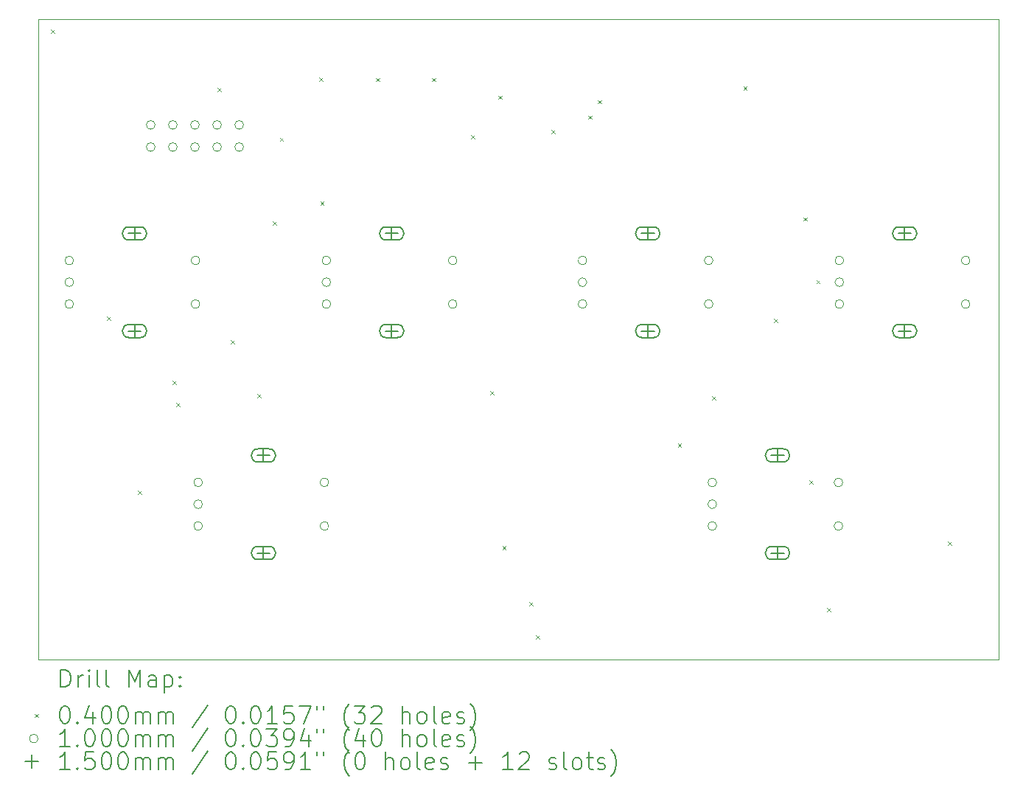
<source format=gbr>
%TF.GenerationSoftware,KiCad,Pcbnew,7.0.7*%
%TF.CreationDate,2024-03-19T10:03:44+01:00*%
%TF.ProjectId,Poly_UA_controller_6enc_4sw,506f6c79-5f55-4415-9f63-6f6e74726f6c,rev?*%
%TF.SameCoordinates,Original*%
%TF.FileFunction,Drillmap*%
%TF.FilePolarity,Positive*%
%FSLAX45Y45*%
G04 Gerber Fmt 4.5, Leading zero omitted, Abs format (unit mm)*
G04 Created by KiCad (PCBNEW 7.0.7) date 2024-03-19 10:03:44*
%MOMM*%
%LPD*%
G01*
G04 APERTURE LIST*
%ADD10C,0.100000*%
%ADD11C,0.200000*%
%ADD12C,0.040000*%
%ADD13C,0.150000*%
G04 APERTURE END LIST*
D10*
X8926830Y-3656330D02*
X19952970Y-3656330D01*
X19952970Y-11005820D01*
X8926830Y-11005820D01*
X8926830Y-3656330D01*
D11*
D12*
X9068120Y-3779840D02*
X9108120Y-3819840D01*
X9108120Y-3779840D02*
X9068120Y-3819840D01*
X9715820Y-7069140D02*
X9755820Y-7109140D01*
X9755820Y-7069140D02*
X9715820Y-7109140D01*
X10068880Y-9070660D02*
X10108880Y-9110660D01*
X10108880Y-9070660D02*
X10068880Y-9110660D01*
X10465120Y-7805740D02*
X10505120Y-7845740D01*
X10505120Y-7805740D02*
X10465120Y-7845740D01*
X10508300Y-8059740D02*
X10548300Y-8099740D01*
X10548300Y-8059740D02*
X10508300Y-8099740D01*
X10980740Y-4445320D02*
X11020740Y-4485320D01*
X11020740Y-4445320D02*
X10980740Y-4485320D01*
X11133140Y-7343460D02*
X11173140Y-7383460D01*
X11173140Y-7343460D02*
X11133140Y-7383460D01*
X11440480Y-7958140D02*
X11480480Y-7998140D01*
X11480480Y-7958140D02*
X11440480Y-7998140D01*
X11615740Y-5982020D02*
X11655740Y-6022020D01*
X11655740Y-5982020D02*
X11615740Y-6022020D01*
X11699560Y-5019360D02*
X11739560Y-5059360D01*
X11739560Y-5019360D02*
X11699560Y-5059360D01*
X12149140Y-4325940D02*
X12189140Y-4365940D01*
X12189140Y-4325940D02*
X12149140Y-4365940D01*
X12164380Y-5748340D02*
X12204380Y-5788340D01*
X12204380Y-5748340D02*
X12164380Y-5788340D01*
X12801920Y-4333560D02*
X12841920Y-4373560D01*
X12841920Y-4333560D02*
X12801920Y-4373560D01*
X13449620Y-4333560D02*
X13489620Y-4373560D01*
X13489620Y-4333560D02*
X13449620Y-4373560D01*
X13894120Y-4988880D02*
X13934120Y-5028880D01*
X13934120Y-4988880D02*
X13894120Y-5028880D01*
X14117640Y-7925120D02*
X14157640Y-7965120D01*
X14157640Y-7925120D02*
X14117640Y-7965120D01*
X14209080Y-4536760D02*
X14249080Y-4576760D01*
X14249080Y-4536760D02*
X14209080Y-4576760D01*
X14254800Y-9703120D02*
X14294800Y-9743120D01*
X14294800Y-9703120D02*
X14254800Y-9743120D01*
X14567220Y-10350820D02*
X14607220Y-10390820D01*
X14607220Y-10350820D02*
X14567220Y-10390820D01*
X14638340Y-10726740D02*
X14678340Y-10766740D01*
X14678340Y-10726740D02*
X14638340Y-10766740D01*
X14821220Y-4933000D02*
X14861220Y-4973000D01*
X14861220Y-4933000D02*
X14821220Y-4973000D01*
X15242860Y-4765360D02*
X15282860Y-4805360D01*
X15282860Y-4765360D02*
X15242860Y-4805360D01*
X15352080Y-4587560D02*
X15392080Y-4627560D01*
X15392080Y-4587560D02*
X15352080Y-4627560D01*
X16271560Y-8527100D02*
X16311560Y-8567100D01*
X16311560Y-8527100D02*
X16271560Y-8567100D01*
X16662720Y-7988620D02*
X16702720Y-8028620D01*
X16702720Y-7988620D02*
X16662720Y-8028620D01*
X17023400Y-4430080D02*
X17063400Y-4470080D01*
X17063400Y-4430080D02*
X17023400Y-4470080D01*
X17373920Y-7094540D02*
X17413920Y-7134540D01*
X17413920Y-7094540D02*
X17373920Y-7134540D01*
X17711740Y-5933760D02*
X17751740Y-5973760D01*
X17751740Y-5933760D02*
X17711740Y-5973760D01*
X17782860Y-8948740D02*
X17822860Y-8988740D01*
X17822860Y-8948740D02*
X17782860Y-8988740D01*
X17861600Y-6652580D02*
X17901600Y-6692580D01*
X17901600Y-6652580D02*
X17861600Y-6692580D01*
X17983520Y-10414320D02*
X18023520Y-10454320D01*
X18023520Y-10414320D02*
X17983520Y-10454320D01*
X19375440Y-9654860D02*
X19415440Y-9694860D01*
X19415440Y-9654860D02*
X19375440Y-9694860D01*
D10*
X9330060Y-6427660D02*
G75*
G03*
X9330060Y-6427660I-50000J0D01*
G01*
X9330060Y-6677660D02*
G75*
G03*
X9330060Y-6677660I-50000J0D01*
G01*
X9330060Y-6927660D02*
G75*
G03*
X9330060Y-6927660I-50000J0D01*
G01*
X10265880Y-4871720D02*
G75*
G03*
X10265880Y-4871720I-50000J0D01*
G01*
X10265880Y-5125720D02*
G75*
G03*
X10265880Y-5125720I-50000J0D01*
G01*
X10519880Y-4871720D02*
G75*
G03*
X10519880Y-4871720I-50000J0D01*
G01*
X10519880Y-5125720D02*
G75*
G03*
X10519880Y-5125720I-50000J0D01*
G01*
X10773880Y-4871720D02*
G75*
G03*
X10773880Y-4871720I-50000J0D01*
G01*
X10773880Y-5125720D02*
G75*
G03*
X10773880Y-5125720I-50000J0D01*
G01*
X10780060Y-6427660D02*
G75*
G03*
X10780060Y-6427660I-50000J0D01*
G01*
X10780060Y-6927660D02*
G75*
G03*
X10780060Y-6927660I-50000J0D01*
G01*
X10810880Y-8975280D02*
G75*
G03*
X10810880Y-8975280I-50000J0D01*
G01*
X10810880Y-9225280D02*
G75*
G03*
X10810880Y-9225280I-50000J0D01*
G01*
X10810880Y-9475280D02*
G75*
G03*
X10810880Y-9475280I-50000J0D01*
G01*
X11027880Y-4871720D02*
G75*
G03*
X11027880Y-4871720I-50000J0D01*
G01*
X11027880Y-5125720D02*
G75*
G03*
X11027880Y-5125720I-50000J0D01*
G01*
X11281880Y-4871720D02*
G75*
G03*
X11281880Y-4871720I-50000J0D01*
G01*
X11281880Y-5125720D02*
G75*
G03*
X11281880Y-5125720I-50000J0D01*
G01*
X12260880Y-8975280D02*
G75*
G03*
X12260880Y-8975280I-50000J0D01*
G01*
X12260880Y-9475280D02*
G75*
G03*
X12260880Y-9475280I-50000J0D01*
G01*
X12284080Y-6427660D02*
G75*
G03*
X12284080Y-6427660I-50000J0D01*
G01*
X12284080Y-6677660D02*
G75*
G03*
X12284080Y-6677660I-50000J0D01*
G01*
X12284080Y-6927660D02*
G75*
G03*
X12284080Y-6927660I-50000J0D01*
G01*
X13734080Y-6427660D02*
G75*
G03*
X13734080Y-6427660I-50000J0D01*
G01*
X13734080Y-6927660D02*
G75*
G03*
X13734080Y-6927660I-50000J0D01*
G01*
X15225400Y-6427660D02*
G75*
G03*
X15225400Y-6427660I-50000J0D01*
G01*
X15225400Y-6677660D02*
G75*
G03*
X15225400Y-6677660I-50000J0D01*
G01*
X15225400Y-6927660D02*
G75*
G03*
X15225400Y-6927660I-50000J0D01*
G01*
X16675400Y-6427660D02*
G75*
G03*
X16675400Y-6427660I-50000J0D01*
G01*
X16675400Y-6927660D02*
G75*
G03*
X16675400Y-6927660I-50000J0D01*
G01*
X16716380Y-8975280D02*
G75*
G03*
X16716380Y-8975280I-50000J0D01*
G01*
X16716380Y-9225280D02*
G75*
G03*
X16716380Y-9225280I-50000J0D01*
G01*
X16716380Y-9475280D02*
G75*
G03*
X16716380Y-9475280I-50000J0D01*
G01*
X18166380Y-8975280D02*
G75*
G03*
X18166380Y-8975280I-50000J0D01*
G01*
X18166380Y-9475280D02*
G75*
G03*
X18166380Y-9475280I-50000J0D01*
G01*
X18176880Y-6427660D02*
G75*
G03*
X18176880Y-6427660I-50000J0D01*
G01*
X18176880Y-6677660D02*
G75*
G03*
X18176880Y-6677660I-50000J0D01*
G01*
X18176880Y-6927660D02*
G75*
G03*
X18176880Y-6927660I-50000J0D01*
G01*
X19626880Y-6427660D02*
G75*
G03*
X19626880Y-6427660I-50000J0D01*
G01*
X19626880Y-6927660D02*
G75*
G03*
X19626880Y-6927660I-50000J0D01*
G01*
D13*
X10030060Y-6042660D02*
X10030060Y-6192660D01*
X9955060Y-6117660D02*
X10105060Y-6117660D01*
D11*
X9965060Y-6192660D02*
X10095060Y-6192660D01*
X10095060Y-6192660D02*
G75*
G03*
X10095060Y-6042660I0J75000D01*
G01*
X10095060Y-6042660D02*
X9965060Y-6042660D01*
X9965060Y-6042660D02*
G75*
G03*
X9965060Y-6192660I0J-75000D01*
G01*
D13*
X10030060Y-7162660D02*
X10030060Y-7312660D01*
X9955060Y-7237660D02*
X10105060Y-7237660D01*
D11*
X9965060Y-7312660D02*
X10095060Y-7312660D01*
X10095060Y-7312660D02*
G75*
G03*
X10095060Y-7162660I0J75000D01*
G01*
X10095060Y-7162660D02*
X9965060Y-7162660D01*
X9965060Y-7162660D02*
G75*
G03*
X9965060Y-7312660I0J-75000D01*
G01*
D13*
X11510880Y-8590280D02*
X11510880Y-8740280D01*
X11435880Y-8665280D02*
X11585880Y-8665280D01*
D11*
X11445880Y-8740280D02*
X11575880Y-8740280D01*
X11575880Y-8740280D02*
G75*
G03*
X11575880Y-8590280I0J75000D01*
G01*
X11575880Y-8590280D02*
X11445880Y-8590280D01*
X11445880Y-8590280D02*
G75*
G03*
X11445880Y-8740280I0J-75000D01*
G01*
D13*
X11510880Y-9710280D02*
X11510880Y-9860280D01*
X11435880Y-9785280D02*
X11585880Y-9785280D01*
D11*
X11445880Y-9860280D02*
X11575880Y-9860280D01*
X11575880Y-9860280D02*
G75*
G03*
X11575880Y-9710280I0J75000D01*
G01*
X11575880Y-9710280D02*
X11445880Y-9710280D01*
X11445880Y-9710280D02*
G75*
G03*
X11445880Y-9860280I0J-75000D01*
G01*
D13*
X12984080Y-6042660D02*
X12984080Y-6192660D01*
X12909080Y-6117660D02*
X13059080Y-6117660D01*
D11*
X12919080Y-6192660D02*
X13049080Y-6192660D01*
X13049080Y-6192660D02*
G75*
G03*
X13049080Y-6042660I0J75000D01*
G01*
X13049080Y-6042660D02*
X12919080Y-6042660D01*
X12919080Y-6042660D02*
G75*
G03*
X12919080Y-6192660I0J-75000D01*
G01*
D13*
X12984080Y-7162660D02*
X12984080Y-7312660D01*
X12909080Y-7237660D02*
X13059080Y-7237660D01*
D11*
X12919080Y-7312660D02*
X13049080Y-7312660D01*
X13049080Y-7312660D02*
G75*
G03*
X13049080Y-7162660I0J75000D01*
G01*
X13049080Y-7162660D02*
X12919080Y-7162660D01*
X12919080Y-7162660D02*
G75*
G03*
X12919080Y-7312660I0J-75000D01*
G01*
D13*
X15925400Y-6042660D02*
X15925400Y-6192660D01*
X15850400Y-6117660D02*
X16000400Y-6117660D01*
D11*
X15860400Y-6192660D02*
X15990400Y-6192660D01*
X15990400Y-6192660D02*
G75*
G03*
X15990400Y-6042660I0J75000D01*
G01*
X15990400Y-6042660D02*
X15860400Y-6042660D01*
X15860400Y-6042660D02*
G75*
G03*
X15860400Y-6192660I0J-75000D01*
G01*
D13*
X15925400Y-7162660D02*
X15925400Y-7312660D01*
X15850400Y-7237660D02*
X16000400Y-7237660D01*
D11*
X15860400Y-7312660D02*
X15990400Y-7312660D01*
X15990400Y-7312660D02*
G75*
G03*
X15990400Y-7162660I0J75000D01*
G01*
X15990400Y-7162660D02*
X15860400Y-7162660D01*
X15860400Y-7162660D02*
G75*
G03*
X15860400Y-7312660I0J-75000D01*
G01*
D13*
X17416380Y-8590280D02*
X17416380Y-8740280D01*
X17341380Y-8665280D02*
X17491380Y-8665280D01*
D11*
X17351380Y-8740280D02*
X17481380Y-8740280D01*
X17481380Y-8740280D02*
G75*
G03*
X17481380Y-8590280I0J75000D01*
G01*
X17481380Y-8590280D02*
X17351380Y-8590280D01*
X17351380Y-8590280D02*
G75*
G03*
X17351380Y-8740280I0J-75000D01*
G01*
D13*
X17416380Y-9710280D02*
X17416380Y-9860280D01*
X17341380Y-9785280D02*
X17491380Y-9785280D01*
D11*
X17351380Y-9860280D02*
X17481380Y-9860280D01*
X17481380Y-9860280D02*
G75*
G03*
X17481380Y-9710280I0J75000D01*
G01*
X17481380Y-9710280D02*
X17351380Y-9710280D01*
X17351380Y-9710280D02*
G75*
G03*
X17351380Y-9860280I0J-75000D01*
G01*
D13*
X18876880Y-6042660D02*
X18876880Y-6192660D01*
X18801880Y-6117660D02*
X18951880Y-6117660D01*
D11*
X18811880Y-6192660D02*
X18941880Y-6192660D01*
X18941880Y-6192660D02*
G75*
G03*
X18941880Y-6042660I0J75000D01*
G01*
X18941880Y-6042660D02*
X18811880Y-6042660D01*
X18811880Y-6042660D02*
G75*
G03*
X18811880Y-6192660I0J-75000D01*
G01*
D13*
X18876880Y-7162660D02*
X18876880Y-7312660D01*
X18801880Y-7237660D02*
X18951880Y-7237660D01*
D11*
X18811880Y-7312660D02*
X18941880Y-7312660D01*
X18941880Y-7312660D02*
G75*
G03*
X18941880Y-7162660I0J75000D01*
G01*
X18941880Y-7162660D02*
X18811880Y-7162660D01*
X18811880Y-7162660D02*
G75*
G03*
X18811880Y-7312660I0J-75000D01*
G01*
X9182607Y-11322304D02*
X9182607Y-11122304D01*
X9182607Y-11122304D02*
X9230226Y-11122304D01*
X9230226Y-11122304D02*
X9258797Y-11131828D01*
X9258797Y-11131828D02*
X9277845Y-11150875D01*
X9277845Y-11150875D02*
X9287369Y-11169923D01*
X9287369Y-11169923D02*
X9296893Y-11208018D01*
X9296893Y-11208018D02*
X9296893Y-11236589D01*
X9296893Y-11236589D02*
X9287369Y-11274685D01*
X9287369Y-11274685D02*
X9277845Y-11293732D01*
X9277845Y-11293732D02*
X9258797Y-11312780D01*
X9258797Y-11312780D02*
X9230226Y-11322304D01*
X9230226Y-11322304D02*
X9182607Y-11322304D01*
X9382607Y-11322304D02*
X9382607Y-11188970D01*
X9382607Y-11227066D02*
X9392131Y-11208018D01*
X9392131Y-11208018D02*
X9401654Y-11198494D01*
X9401654Y-11198494D02*
X9420702Y-11188970D01*
X9420702Y-11188970D02*
X9439750Y-11188970D01*
X9506416Y-11322304D02*
X9506416Y-11188970D01*
X9506416Y-11122304D02*
X9496893Y-11131828D01*
X9496893Y-11131828D02*
X9506416Y-11141351D01*
X9506416Y-11141351D02*
X9515940Y-11131828D01*
X9515940Y-11131828D02*
X9506416Y-11122304D01*
X9506416Y-11122304D02*
X9506416Y-11141351D01*
X9630226Y-11322304D02*
X9611178Y-11312780D01*
X9611178Y-11312780D02*
X9601654Y-11293732D01*
X9601654Y-11293732D02*
X9601654Y-11122304D01*
X9734988Y-11322304D02*
X9715940Y-11312780D01*
X9715940Y-11312780D02*
X9706416Y-11293732D01*
X9706416Y-11293732D02*
X9706416Y-11122304D01*
X9963559Y-11322304D02*
X9963559Y-11122304D01*
X9963559Y-11122304D02*
X10030226Y-11265161D01*
X10030226Y-11265161D02*
X10096893Y-11122304D01*
X10096893Y-11122304D02*
X10096893Y-11322304D01*
X10277845Y-11322304D02*
X10277845Y-11217542D01*
X10277845Y-11217542D02*
X10268321Y-11198494D01*
X10268321Y-11198494D02*
X10249274Y-11188970D01*
X10249274Y-11188970D02*
X10211178Y-11188970D01*
X10211178Y-11188970D02*
X10192131Y-11198494D01*
X10277845Y-11312780D02*
X10258797Y-11322304D01*
X10258797Y-11322304D02*
X10211178Y-11322304D01*
X10211178Y-11322304D02*
X10192131Y-11312780D01*
X10192131Y-11312780D02*
X10182607Y-11293732D01*
X10182607Y-11293732D02*
X10182607Y-11274685D01*
X10182607Y-11274685D02*
X10192131Y-11255637D01*
X10192131Y-11255637D02*
X10211178Y-11246113D01*
X10211178Y-11246113D02*
X10258797Y-11246113D01*
X10258797Y-11246113D02*
X10277845Y-11236589D01*
X10373083Y-11188970D02*
X10373083Y-11388970D01*
X10373083Y-11198494D02*
X10392131Y-11188970D01*
X10392131Y-11188970D02*
X10430226Y-11188970D01*
X10430226Y-11188970D02*
X10449274Y-11198494D01*
X10449274Y-11198494D02*
X10458797Y-11208018D01*
X10458797Y-11208018D02*
X10468321Y-11227066D01*
X10468321Y-11227066D02*
X10468321Y-11284208D01*
X10468321Y-11284208D02*
X10458797Y-11303256D01*
X10458797Y-11303256D02*
X10449274Y-11312780D01*
X10449274Y-11312780D02*
X10430226Y-11322304D01*
X10430226Y-11322304D02*
X10392131Y-11322304D01*
X10392131Y-11322304D02*
X10373083Y-11312780D01*
X10554035Y-11303256D02*
X10563559Y-11312780D01*
X10563559Y-11312780D02*
X10554035Y-11322304D01*
X10554035Y-11322304D02*
X10544512Y-11312780D01*
X10544512Y-11312780D02*
X10554035Y-11303256D01*
X10554035Y-11303256D02*
X10554035Y-11322304D01*
X10554035Y-11198494D02*
X10563559Y-11208018D01*
X10563559Y-11208018D02*
X10554035Y-11217542D01*
X10554035Y-11217542D02*
X10544512Y-11208018D01*
X10544512Y-11208018D02*
X10554035Y-11198494D01*
X10554035Y-11198494D02*
X10554035Y-11217542D01*
D12*
X8881830Y-11630820D02*
X8921830Y-11670820D01*
X8921830Y-11630820D02*
X8881830Y-11670820D01*
D11*
X9220702Y-11542304D02*
X9239750Y-11542304D01*
X9239750Y-11542304D02*
X9258797Y-11551828D01*
X9258797Y-11551828D02*
X9268321Y-11561351D01*
X9268321Y-11561351D02*
X9277845Y-11580399D01*
X9277845Y-11580399D02*
X9287369Y-11618494D01*
X9287369Y-11618494D02*
X9287369Y-11666113D01*
X9287369Y-11666113D02*
X9277845Y-11704208D01*
X9277845Y-11704208D02*
X9268321Y-11723256D01*
X9268321Y-11723256D02*
X9258797Y-11732780D01*
X9258797Y-11732780D02*
X9239750Y-11742304D01*
X9239750Y-11742304D02*
X9220702Y-11742304D01*
X9220702Y-11742304D02*
X9201654Y-11732780D01*
X9201654Y-11732780D02*
X9192131Y-11723256D01*
X9192131Y-11723256D02*
X9182607Y-11704208D01*
X9182607Y-11704208D02*
X9173083Y-11666113D01*
X9173083Y-11666113D02*
X9173083Y-11618494D01*
X9173083Y-11618494D02*
X9182607Y-11580399D01*
X9182607Y-11580399D02*
X9192131Y-11561351D01*
X9192131Y-11561351D02*
X9201654Y-11551828D01*
X9201654Y-11551828D02*
X9220702Y-11542304D01*
X9373083Y-11723256D02*
X9382607Y-11732780D01*
X9382607Y-11732780D02*
X9373083Y-11742304D01*
X9373083Y-11742304D02*
X9363559Y-11732780D01*
X9363559Y-11732780D02*
X9373083Y-11723256D01*
X9373083Y-11723256D02*
X9373083Y-11742304D01*
X9554035Y-11608970D02*
X9554035Y-11742304D01*
X9506416Y-11532780D02*
X9458797Y-11675637D01*
X9458797Y-11675637D02*
X9582607Y-11675637D01*
X9696893Y-11542304D02*
X9715940Y-11542304D01*
X9715940Y-11542304D02*
X9734988Y-11551828D01*
X9734988Y-11551828D02*
X9744512Y-11561351D01*
X9744512Y-11561351D02*
X9754035Y-11580399D01*
X9754035Y-11580399D02*
X9763559Y-11618494D01*
X9763559Y-11618494D02*
X9763559Y-11666113D01*
X9763559Y-11666113D02*
X9754035Y-11704208D01*
X9754035Y-11704208D02*
X9744512Y-11723256D01*
X9744512Y-11723256D02*
X9734988Y-11732780D01*
X9734988Y-11732780D02*
X9715940Y-11742304D01*
X9715940Y-11742304D02*
X9696893Y-11742304D01*
X9696893Y-11742304D02*
X9677845Y-11732780D01*
X9677845Y-11732780D02*
X9668321Y-11723256D01*
X9668321Y-11723256D02*
X9658797Y-11704208D01*
X9658797Y-11704208D02*
X9649274Y-11666113D01*
X9649274Y-11666113D02*
X9649274Y-11618494D01*
X9649274Y-11618494D02*
X9658797Y-11580399D01*
X9658797Y-11580399D02*
X9668321Y-11561351D01*
X9668321Y-11561351D02*
X9677845Y-11551828D01*
X9677845Y-11551828D02*
X9696893Y-11542304D01*
X9887369Y-11542304D02*
X9906416Y-11542304D01*
X9906416Y-11542304D02*
X9925464Y-11551828D01*
X9925464Y-11551828D02*
X9934988Y-11561351D01*
X9934988Y-11561351D02*
X9944512Y-11580399D01*
X9944512Y-11580399D02*
X9954035Y-11618494D01*
X9954035Y-11618494D02*
X9954035Y-11666113D01*
X9954035Y-11666113D02*
X9944512Y-11704208D01*
X9944512Y-11704208D02*
X9934988Y-11723256D01*
X9934988Y-11723256D02*
X9925464Y-11732780D01*
X9925464Y-11732780D02*
X9906416Y-11742304D01*
X9906416Y-11742304D02*
X9887369Y-11742304D01*
X9887369Y-11742304D02*
X9868321Y-11732780D01*
X9868321Y-11732780D02*
X9858797Y-11723256D01*
X9858797Y-11723256D02*
X9849274Y-11704208D01*
X9849274Y-11704208D02*
X9839750Y-11666113D01*
X9839750Y-11666113D02*
X9839750Y-11618494D01*
X9839750Y-11618494D02*
X9849274Y-11580399D01*
X9849274Y-11580399D02*
X9858797Y-11561351D01*
X9858797Y-11561351D02*
X9868321Y-11551828D01*
X9868321Y-11551828D02*
X9887369Y-11542304D01*
X10039750Y-11742304D02*
X10039750Y-11608970D01*
X10039750Y-11628018D02*
X10049274Y-11618494D01*
X10049274Y-11618494D02*
X10068321Y-11608970D01*
X10068321Y-11608970D02*
X10096893Y-11608970D01*
X10096893Y-11608970D02*
X10115940Y-11618494D01*
X10115940Y-11618494D02*
X10125464Y-11637542D01*
X10125464Y-11637542D02*
X10125464Y-11742304D01*
X10125464Y-11637542D02*
X10134988Y-11618494D01*
X10134988Y-11618494D02*
X10154035Y-11608970D01*
X10154035Y-11608970D02*
X10182607Y-11608970D01*
X10182607Y-11608970D02*
X10201655Y-11618494D01*
X10201655Y-11618494D02*
X10211178Y-11637542D01*
X10211178Y-11637542D02*
X10211178Y-11742304D01*
X10306416Y-11742304D02*
X10306416Y-11608970D01*
X10306416Y-11628018D02*
X10315940Y-11618494D01*
X10315940Y-11618494D02*
X10334988Y-11608970D01*
X10334988Y-11608970D02*
X10363559Y-11608970D01*
X10363559Y-11608970D02*
X10382607Y-11618494D01*
X10382607Y-11618494D02*
X10392131Y-11637542D01*
X10392131Y-11637542D02*
X10392131Y-11742304D01*
X10392131Y-11637542D02*
X10401655Y-11618494D01*
X10401655Y-11618494D02*
X10420702Y-11608970D01*
X10420702Y-11608970D02*
X10449274Y-11608970D01*
X10449274Y-11608970D02*
X10468321Y-11618494D01*
X10468321Y-11618494D02*
X10477845Y-11637542D01*
X10477845Y-11637542D02*
X10477845Y-11742304D01*
X10868321Y-11532780D02*
X10696893Y-11789923D01*
X11125464Y-11542304D02*
X11144512Y-11542304D01*
X11144512Y-11542304D02*
X11163559Y-11551828D01*
X11163559Y-11551828D02*
X11173083Y-11561351D01*
X11173083Y-11561351D02*
X11182607Y-11580399D01*
X11182607Y-11580399D02*
X11192131Y-11618494D01*
X11192131Y-11618494D02*
X11192131Y-11666113D01*
X11192131Y-11666113D02*
X11182607Y-11704208D01*
X11182607Y-11704208D02*
X11173083Y-11723256D01*
X11173083Y-11723256D02*
X11163559Y-11732780D01*
X11163559Y-11732780D02*
X11144512Y-11742304D01*
X11144512Y-11742304D02*
X11125464Y-11742304D01*
X11125464Y-11742304D02*
X11106417Y-11732780D01*
X11106417Y-11732780D02*
X11096893Y-11723256D01*
X11096893Y-11723256D02*
X11087369Y-11704208D01*
X11087369Y-11704208D02*
X11077845Y-11666113D01*
X11077845Y-11666113D02*
X11077845Y-11618494D01*
X11077845Y-11618494D02*
X11087369Y-11580399D01*
X11087369Y-11580399D02*
X11096893Y-11561351D01*
X11096893Y-11561351D02*
X11106417Y-11551828D01*
X11106417Y-11551828D02*
X11125464Y-11542304D01*
X11277845Y-11723256D02*
X11287369Y-11732780D01*
X11287369Y-11732780D02*
X11277845Y-11742304D01*
X11277845Y-11742304D02*
X11268321Y-11732780D01*
X11268321Y-11732780D02*
X11277845Y-11723256D01*
X11277845Y-11723256D02*
X11277845Y-11742304D01*
X11411178Y-11542304D02*
X11430226Y-11542304D01*
X11430226Y-11542304D02*
X11449274Y-11551828D01*
X11449274Y-11551828D02*
X11458797Y-11561351D01*
X11458797Y-11561351D02*
X11468321Y-11580399D01*
X11468321Y-11580399D02*
X11477845Y-11618494D01*
X11477845Y-11618494D02*
X11477845Y-11666113D01*
X11477845Y-11666113D02*
X11468321Y-11704208D01*
X11468321Y-11704208D02*
X11458797Y-11723256D01*
X11458797Y-11723256D02*
X11449274Y-11732780D01*
X11449274Y-11732780D02*
X11430226Y-11742304D01*
X11430226Y-11742304D02*
X11411178Y-11742304D01*
X11411178Y-11742304D02*
X11392131Y-11732780D01*
X11392131Y-11732780D02*
X11382607Y-11723256D01*
X11382607Y-11723256D02*
X11373083Y-11704208D01*
X11373083Y-11704208D02*
X11363559Y-11666113D01*
X11363559Y-11666113D02*
X11363559Y-11618494D01*
X11363559Y-11618494D02*
X11373083Y-11580399D01*
X11373083Y-11580399D02*
X11382607Y-11561351D01*
X11382607Y-11561351D02*
X11392131Y-11551828D01*
X11392131Y-11551828D02*
X11411178Y-11542304D01*
X11668321Y-11742304D02*
X11554036Y-11742304D01*
X11611178Y-11742304D02*
X11611178Y-11542304D01*
X11611178Y-11542304D02*
X11592131Y-11570875D01*
X11592131Y-11570875D02*
X11573083Y-11589923D01*
X11573083Y-11589923D02*
X11554036Y-11599447D01*
X11849274Y-11542304D02*
X11754036Y-11542304D01*
X11754036Y-11542304D02*
X11744512Y-11637542D01*
X11744512Y-11637542D02*
X11754036Y-11628018D01*
X11754036Y-11628018D02*
X11773083Y-11618494D01*
X11773083Y-11618494D02*
X11820702Y-11618494D01*
X11820702Y-11618494D02*
X11839750Y-11628018D01*
X11839750Y-11628018D02*
X11849274Y-11637542D01*
X11849274Y-11637542D02*
X11858797Y-11656589D01*
X11858797Y-11656589D02*
X11858797Y-11704208D01*
X11858797Y-11704208D02*
X11849274Y-11723256D01*
X11849274Y-11723256D02*
X11839750Y-11732780D01*
X11839750Y-11732780D02*
X11820702Y-11742304D01*
X11820702Y-11742304D02*
X11773083Y-11742304D01*
X11773083Y-11742304D02*
X11754036Y-11732780D01*
X11754036Y-11732780D02*
X11744512Y-11723256D01*
X11925464Y-11542304D02*
X12058797Y-11542304D01*
X12058797Y-11542304D02*
X11973083Y-11742304D01*
X12125464Y-11542304D02*
X12125464Y-11580399D01*
X12201655Y-11542304D02*
X12201655Y-11580399D01*
X12496893Y-11818494D02*
X12487369Y-11808970D01*
X12487369Y-11808970D02*
X12468321Y-11780399D01*
X12468321Y-11780399D02*
X12458798Y-11761351D01*
X12458798Y-11761351D02*
X12449274Y-11732780D01*
X12449274Y-11732780D02*
X12439750Y-11685161D01*
X12439750Y-11685161D02*
X12439750Y-11647066D01*
X12439750Y-11647066D02*
X12449274Y-11599447D01*
X12449274Y-11599447D02*
X12458798Y-11570875D01*
X12458798Y-11570875D02*
X12468321Y-11551828D01*
X12468321Y-11551828D02*
X12487369Y-11523256D01*
X12487369Y-11523256D02*
X12496893Y-11513732D01*
X12554036Y-11542304D02*
X12677845Y-11542304D01*
X12677845Y-11542304D02*
X12611178Y-11618494D01*
X12611178Y-11618494D02*
X12639750Y-11618494D01*
X12639750Y-11618494D02*
X12658798Y-11628018D01*
X12658798Y-11628018D02*
X12668321Y-11637542D01*
X12668321Y-11637542D02*
X12677845Y-11656589D01*
X12677845Y-11656589D02*
X12677845Y-11704208D01*
X12677845Y-11704208D02*
X12668321Y-11723256D01*
X12668321Y-11723256D02*
X12658798Y-11732780D01*
X12658798Y-11732780D02*
X12639750Y-11742304D01*
X12639750Y-11742304D02*
X12582607Y-11742304D01*
X12582607Y-11742304D02*
X12563559Y-11732780D01*
X12563559Y-11732780D02*
X12554036Y-11723256D01*
X12754036Y-11561351D02*
X12763559Y-11551828D01*
X12763559Y-11551828D02*
X12782607Y-11542304D01*
X12782607Y-11542304D02*
X12830226Y-11542304D01*
X12830226Y-11542304D02*
X12849274Y-11551828D01*
X12849274Y-11551828D02*
X12858798Y-11561351D01*
X12858798Y-11561351D02*
X12868321Y-11580399D01*
X12868321Y-11580399D02*
X12868321Y-11599447D01*
X12868321Y-11599447D02*
X12858798Y-11628018D01*
X12858798Y-11628018D02*
X12744512Y-11742304D01*
X12744512Y-11742304D02*
X12868321Y-11742304D01*
X13106417Y-11742304D02*
X13106417Y-11542304D01*
X13192131Y-11742304D02*
X13192131Y-11637542D01*
X13192131Y-11637542D02*
X13182607Y-11618494D01*
X13182607Y-11618494D02*
X13163560Y-11608970D01*
X13163560Y-11608970D02*
X13134988Y-11608970D01*
X13134988Y-11608970D02*
X13115940Y-11618494D01*
X13115940Y-11618494D02*
X13106417Y-11628018D01*
X13315940Y-11742304D02*
X13296893Y-11732780D01*
X13296893Y-11732780D02*
X13287369Y-11723256D01*
X13287369Y-11723256D02*
X13277845Y-11704208D01*
X13277845Y-11704208D02*
X13277845Y-11647066D01*
X13277845Y-11647066D02*
X13287369Y-11628018D01*
X13287369Y-11628018D02*
X13296893Y-11618494D01*
X13296893Y-11618494D02*
X13315940Y-11608970D01*
X13315940Y-11608970D02*
X13344512Y-11608970D01*
X13344512Y-11608970D02*
X13363560Y-11618494D01*
X13363560Y-11618494D02*
X13373083Y-11628018D01*
X13373083Y-11628018D02*
X13382607Y-11647066D01*
X13382607Y-11647066D02*
X13382607Y-11704208D01*
X13382607Y-11704208D02*
X13373083Y-11723256D01*
X13373083Y-11723256D02*
X13363560Y-11732780D01*
X13363560Y-11732780D02*
X13344512Y-11742304D01*
X13344512Y-11742304D02*
X13315940Y-11742304D01*
X13496893Y-11742304D02*
X13477845Y-11732780D01*
X13477845Y-11732780D02*
X13468321Y-11713732D01*
X13468321Y-11713732D02*
X13468321Y-11542304D01*
X13649274Y-11732780D02*
X13630226Y-11742304D01*
X13630226Y-11742304D02*
X13592131Y-11742304D01*
X13592131Y-11742304D02*
X13573083Y-11732780D01*
X13573083Y-11732780D02*
X13563560Y-11713732D01*
X13563560Y-11713732D02*
X13563560Y-11637542D01*
X13563560Y-11637542D02*
X13573083Y-11618494D01*
X13573083Y-11618494D02*
X13592131Y-11608970D01*
X13592131Y-11608970D02*
X13630226Y-11608970D01*
X13630226Y-11608970D02*
X13649274Y-11618494D01*
X13649274Y-11618494D02*
X13658798Y-11637542D01*
X13658798Y-11637542D02*
X13658798Y-11656589D01*
X13658798Y-11656589D02*
X13563560Y-11675637D01*
X13734988Y-11732780D02*
X13754036Y-11742304D01*
X13754036Y-11742304D02*
X13792131Y-11742304D01*
X13792131Y-11742304D02*
X13811179Y-11732780D01*
X13811179Y-11732780D02*
X13820702Y-11713732D01*
X13820702Y-11713732D02*
X13820702Y-11704208D01*
X13820702Y-11704208D02*
X13811179Y-11685161D01*
X13811179Y-11685161D02*
X13792131Y-11675637D01*
X13792131Y-11675637D02*
X13763560Y-11675637D01*
X13763560Y-11675637D02*
X13744512Y-11666113D01*
X13744512Y-11666113D02*
X13734988Y-11647066D01*
X13734988Y-11647066D02*
X13734988Y-11637542D01*
X13734988Y-11637542D02*
X13744512Y-11618494D01*
X13744512Y-11618494D02*
X13763560Y-11608970D01*
X13763560Y-11608970D02*
X13792131Y-11608970D01*
X13792131Y-11608970D02*
X13811179Y-11618494D01*
X13887369Y-11818494D02*
X13896893Y-11808970D01*
X13896893Y-11808970D02*
X13915941Y-11780399D01*
X13915941Y-11780399D02*
X13925464Y-11761351D01*
X13925464Y-11761351D02*
X13934988Y-11732780D01*
X13934988Y-11732780D02*
X13944512Y-11685161D01*
X13944512Y-11685161D02*
X13944512Y-11647066D01*
X13944512Y-11647066D02*
X13934988Y-11599447D01*
X13934988Y-11599447D02*
X13925464Y-11570875D01*
X13925464Y-11570875D02*
X13915941Y-11551828D01*
X13915941Y-11551828D02*
X13896893Y-11523256D01*
X13896893Y-11523256D02*
X13887369Y-11513732D01*
D10*
X8921830Y-11914820D02*
G75*
G03*
X8921830Y-11914820I-50000J0D01*
G01*
D11*
X9287369Y-12006304D02*
X9173083Y-12006304D01*
X9230226Y-12006304D02*
X9230226Y-11806304D01*
X9230226Y-11806304D02*
X9211178Y-11834875D01*
X9211178Y-11834875D02*
X9192131Y-11853923D01*
X9192131Y-11853923D02*
X9173083Y-11863447D01*
X9373083Y-11987256D02*
X9382607Y-11996780D01*
X9382607Y-11996780D02*
X9373083Y-12006304D01*
X9373083Y-12006304D02*
X9363559Y-11996780D01*
X9363559Y-11996780D02*
X9373083Y-11987256D01*
X9373083Y-11987256D02*
X9373083Y-12006304D01*
X9506416Y-11806304D02*
X9525464Y-11806304D01*
X9525464Y-11806304D02*
X9544512Y-11815828D01*
X9544512Y-11815828D02*
X9554035Y-11825351D01*
X9554035Y-11825351D02*
X9563559Y-11844399D01*
X9563559Y-11844399D02*
X9573083Y-11882494D01*
X9573083Y-11882494D02*
X9573083Y-11930113D01*
X9573083Y-11930113D02*
X9563559Y-11968208D01*
X9563559Y-11968208D02*
X9554035Y-11987256D01*
X9554035Y-11987256D02*
X9544512Y-11996780D01*
X9544512Y-11996780D02*
X9525464Y-12006304D01*
X9525464Y-12006304D02*
X9506416Y-12006304D01*
X9506416Y-12006304D02*
X9487369Y-11996780D01*
X9487369Y-11996780D02*
X9477845Y-11987256D01*
X9477845Y-11987256D02*
X9468321Y-11968208D01*
X9468321Y-11968208D02*
X9458797Y-11930113D01*
X9458797Y-11930113D02*
X9458797Y-11882494D01*
X9458797Y-11882494D02*
X9468321Y-11844399D01*
X9468321Y-11844399D02*
X9477845Y-11825351D01*
X9477845Y-11825351D02*
X9487369Y-11815828D01*
X9487369Y-11815828D02*
X9506416Y-11806304D01*
X9696893Y-11806304D02*
X9715940Y-11806304D01*
X9715940Y-11806304D02*
X9734988Y-11815828D01*
X9734988Y-11815828D02*
X9744512Y-11825351D01*
X9744512Y-11825351D02*
X9754035Y-11844399D01*
X9754035Y-11844399D02*
X9763559Y-11882494D01*
X9763559Y-11882494D02*
X9763559Y-11930113D01*
X9763559Y-11930113D02*
X9754035Y-11968208D01*
X9754035Y-11968208D02*
X9744512Y-11987256D01*
X9744512Y-11987256D02*
X9734988Y-11996780D01*
X9734988Y-11996780D02*
X9715940Y-12006304D01*
X9715940Y-12006304D02*
X9696893Y-12006304D01*
X9696893Y-12006304D02*
X9677845Y-11996780D01*
X9677845Y-11996780D02*
X9668321Y-11987256D01*
X9668321Y-11987256D02*
X9658797Y-11968208D01*
X9658797Y-11968208D02*
X9649274Y-11930113D01*
X9649274Y-11930113D02*
X9649274Y-11882494D01*
X9649274Y-11882494D02*
X9658797Y-11844399D01*
X9658797Y-11844399D02*
X9668321Y-11825351D01*
X9668321Y-11825351D02*
X9677845Y-11815828D01*
X9677845Y-11815828D02*
X9696893Y-11806304D01*
X9887369Y-11806304D02*
X9906416Y-11806304D01*
X9906416Y-11806304D02*
X9925464Y-11815828D01*
X9925464Y-11815828D02*
X9934988Y-11825351D01*
X9934988Y-11825351D02*
X9944512Y-11844399D01*
X9944512Y-11844399D02*
X9954035Y-11882494D01*
X9954035Y-11882494D02*
X9954035Y-11930113D01*
X9954035Y-11930113D02*
X9944512Y-11968208D01*
X9944512Y-11968208D02*
X9934988Y-11987256D01*
X9934988Y-11987256D02*
X9925464Y-11996780D01*
X9925464Y-11996780D02*
X9906416Y-12006304D01*
X9906416Y-12006304D02*
X9887369Y-12006304D01*
X9887369Y-12006304D02*
X9868321Y-11996780D01*
X9868321Y-11996780D02*
X9858797Y-11987256D01*
X9858797Y-11987256D02*
X9849274Y-11968208D01*
X9849274Y-11968208D02*
X9839750Y-11930113D01*
X9839750Y-11930113D02*
X9839750Y-11882494D01*
X9839750Y-11882494D02*
X9849274Y-11844399D01*
X9849274Y-11844399D02*
X9858797Y-11825351D01*
X9858797Y-11825351D02*
X9868321Y-11815828D01*
X9868321Y-11815828D02*
X9887369Y-11806304D01*
X10039750Y-12006304D02*
X10039750Y-11872970D01*
X10039750Y-11892018D02*
X10049274Y-11882494D01*
X10049274Y-11882494D02*
X10068321Y-11872970D01*
X10068321Y-11872970D02*
X10096893Y-11872970D01*
X10096893Y-11872970D02*
X10115940Y-11882494D01*
X10115940Y-11882494D02*
X10125464Y-11901542D01*
X10125464Y-11901542D02*
X10125464Y-12006304D01*
X10125464Y-11901542D02*
X10134988Y-11882494D01*
X10134988Y-11882494D02*
X10154035Y-11872970D01*
X10154035Y-11872970D02*
X10182607Y-11872970D01*
X10182607Y-11872970D02*
X10201655Y-11882494D01*
X10201655Y-11882494D02*
X10211178Y-11901542D01*
X10211178Y-11901542D02*
X10211178Y-12006304D01*
X10306416Y-12006304D02*
X10306416Y-11872970D01*
X10306416Y-11892018D02*
X10315940Y-11882494D01*
X10315940Y-11882494D02*
X10334988Y-11872970D01*
X10334988Y-11872970D02*
X10363559Y-11872970D01*
X10363559Y-11872970D02*
X10382607Y-11882494D01*
X10382607Y-11882494D02*
X10392131Y-11901542D01*
X10392131Y-11901542D02*
X10392131Y-12006304D01*
X10392131Y-11901542D02*
X10401655Y-11882494D01*
X10401655Y-11882494D02*
X10420702Y-11872970D01*
X10420702Y-11872970D02*
X10449274Y-11872970D01*
X10449274Y-11872970D02*
X10468321Y-11882494D01*
X10468321Y-11882494D02*
X10477845Y-11901542D01*
X10477845Y-11901542D02*
X10477845Y-12006304D01*
X10868321Y-11796780D02*
X10696893Y-12053923D01*
X11125464Y-11806304D02*
X11144512Y-11806304D01*
X11144512Y-11806304D02*
X11163559Y-11815828D01*
X11163559Y-11815828D02*
X11173083Y-11825351D01*
X11173083Y-11825351D02*
X11182607Y-11844399D01*
X11182607Y-11844399D02*
X11192131Y-11882494D01*
X11192131Y-11882494D02*
X11192131Y-11930113D01*
X11192131Y-11930113D02*
X11182607Y-11968208D01*
X11182607Y-11968208D02*
X11173083Y-11987256D01*
X11173083Y-11987256D02*
X11163559Y-11996780D01*
X11163559Y-11996780D02*
X11144512Y-12006304D01*
X11144512Y-12006304D02*
X11125464Y-12006304D01*
X11125464Y-12006304D02*
X11106417Y-11996780D01*
X11106417Y-11996780D02*
X11096893Y-11987256D01*
X11096893Y-11987256D02*
X11087369Y-11968208D01*
X11087369Y-11968208D02*
X11077845Y-11930113D01*
X11077845Y-11930113D02*
X11077845Y-11882494D01*
X11077845Y-11882494D02*
X11087369Y-11844399D01*
X11087369Y-11844399D02*
X11096893Y-11825351D01*
X11096893Y-11825351D02*
X11106417Y-11815828D01*
X11106417Y-11815828D02*
X11125464Y-11806304D01*
X11277845Y-11987256D02*
X11287369Y-11996780D01*
X11287369Y-11996780D02*
X11277845Y-12006304D01*
X11277845Y-12006304D02*
X11268321Y-11996780D01*
X11268321Y-11996780D02*
X11277845Y-11987256D01*
X11277845Y-11987256D02*
X11277845Y-12006304D01*
X11411178Y-11806304D02*
X11430226Y-11806304D01*
X11430226Y-11806304D02*
X11449274Y-11815828D01*
X11449274Y-11815828D02*
X11458797Y-11825351D01*
X11458797Y-11825351D02*
X11468321Y-11844399D01*
X11468321Y-11844399D02*
X11477845Y-11882494D01*
X11477845Y-11882494D02*
X11477845Y-11930113D01*
X11477845Y-11930113D02*
X11468321Y-11968208D01*
X11468321Y-11968208D02*
X11458797Y-11987256D01*
X11458797Y-11987256D02*
X11449274Y-11996780D01*
X11449274Y-11996780D02*
X11430226Y-12006304D01*
X11430226Y-12006304D02*
X11411178Y-12006304D01*
X11411178Y-12006304D02*
X11392131Y-11996780D01*
X11392131Y-11996780D02*
X11382607Y-11987256D01*
X11382607Y-11987256D02*
X11373083Y-11968208D01*
X11373083Y-11968208D02*
X11363559Y-11930113D01*
X11363559Y-11930113D02*
X11363559Y-11882494D01*
X11363559Y-11882494D02*
X11373083Y-11844399D01*
X11373083Y-11844399D02*
X11382607Y-11825351D01*
X11382607Y-11825351D02*
X11392131Y-11815828D01*
X11392131Y-11815828D02*
X11411178Y-11806304D01*
X11544512Y-11806304D02*
X11668321Y-11806304D01*
X11668321Y-11806304D02*
X11601655Y-11882494D01*
X11601655Y-11882494D02*
X11630226Y-11882494D01*
X11630226Y-11882494D02*
X11649274Y-11892018D01*
X11649274Y-11892018D02*
X11658797Y-11901542D01*
X11658797Y-11901542D02*
X11668321Y-11920589D01*
X11668321Y-11920589D02*
X11668321Y-11968208D01*
X11668321Y-11968208D02*
X11658797Y-11987256D01*
X11658797Y-11987256D02*
X11649274Y-11996780D01*
X11649274Y-11996780D02*
X11630226Y-12006304D01*
X11630226Y-12006304D02*
X11573083Y-12006304D01*
X11573083Y-12006304D02*
X11554036Y-11996780D01*
X11554036Y-11996780D02*
X11544512Y-11987256D01*
X11763559Y-12006304D02*
X11801655Y-12006304D01*
X11801655Y-12006304D02*
X11820702Y-11996780D01*
X11820702Y-11996780D02*
X11830226Y-11987256D01*
X11830226Y-11987256D02*
X11849274Y-11958685D01*
X11849274Y-11958685D02*
X11858797Y-11920589D01*
X11858797Y-11920589D02*
X11858797Y-11844399D01*
X11858797Y-11844399D02*
X11849274Y-11825351D01*
X11849274Y-11825351D02*
X11839750Y-11815828D01*
X11839750Y-11815828D02*
X11820702Y-11806304D01*
X11820702Y-11806304D02*
X11782607Y-11806304D01*
X11782607Y-11806304D02*
X11763559Y-11815828D01*
X11763559Y-11815828D02*
X11754036Y-11825351D01*
X11754036Y-11825351D02*
X11744512Y-11844399D01*
X11744512Y-11844399D02*
X11744512Y-11892018D01*
X11744512Y-11892018D02*
X11754036Y-11911066D01*
X11754036Y-11911066D02*
X11763559Y-11920589D01*
X11763559Y-11920589D02*
X11782607Y-11930113D01*
X11782607Y-11930113D02*
X11820702Y-11930113D01*
X11820702Y-11930113D02*
X11839750Y-11920589D01*
X11839750Y-11920589D02*
X11849274Y-11911066D01*
X11849274Y-11911066D02*
X11858797Y-11892018D01*
X12030226Y-11872970D02*
X12030226Y-12006304D01*
X11982607Y-11796780D02*
X11934988Y-11939637D01*
X11934988Y-11939637D02*
X12058797Y-11939637D01*
X12125464Y-11806304D02*
X12125464Y-11844399D01*
X12201655Y-11806304D02*
X12201655Y-11844399D01*
X12496893Y-12082494D02*
X12487369Y-12072970D01*
X12487369Y-12072970D02*
X12468321Y-12044399D01*
X12468321Y-12044399D02*
X12458798Y-12025351D01*
X12458798Y-12025351D02*
X12449274Y-11996780D01*
X12449274Y-11996780D02*
X12439750Y-11949161D01*
X12439750Y-11949161D02*
X12439750Y-11911066D01*
X12439750Y-11911066D02*
X12449274Y-11863447D01*
X12449274Y-11863447D02*
X12458798Y-11834875D01*
X12458798Y-11834875D02*
X12468321Y-11815828D01*
X12468321Y-11815828D02*
X12487369Y-11787256D01*
X12487369Y-11787256D02*
X12496893Y-11777732D01*
X12658798Y-11872970D02*
X12658798Y-12006304D01*
X12611178Y-11796780D02*
X12563559Y-11939637D01*
X12563559Y-11939637D02*
X12687369Y-11939637D01*
X12801655Y-11806304D02*
X12820702Y-11806304D01*
X12820702Y-11806304D02*
X12839750Y-11815828D01*
X12839750Y-11815828D02*
X12849274Y-11825351D01*
X12849274Y-11825351D02*
X12858798Y-11844399D01*
X12858798Y-11844399D02*
X12868321Y-11882494D01*
X12868321Y-11882494D02*
X12868321Y-11930113D01*
X12868321Y-11930113D02*
X12858798Y-11968208D01*
X12858798Y-11968208D02*
X12849274Y-11987256D01*
X12849274Y-11987256D02*
X12839750Y-11996780D01*
X12839750Y-11996780D02*
X12820702Y-12006304D01*
X12820702Y-12006304D02*
X12801655Y-12006304D01*
X12801655Y-12006304D02*
X12782607Y-11996780D01*
X12782607Y-11996780D02*
X12773083Y-11987256D01*
X12773083Y-11987256D02*
X12763559Y-11968208D01*
X12763559Y-11968208D02*
X12754036Y-11930113D01*
X12754036Y-11930113D02*
X12754036Y-11882494D01*
X12754036Y-11882494D02*
X12763559Y-11844399D01*
X12763559Y-11844399D02*
X12773083Y-11825351D01*
X12773083Y-11825351D02*
X12782607Y-11815828D01*
X12782607Y-11815828D02*
X12801655Y-11806304D01*
X13106417Y-12006304D02*
X13106417Y-11806304D01*
X13192131Y-12006304D02*
X13192131Y-11901542D01*
X13192131Y-11901542D02*
X13182607Y-11882494D01*
X13182607Y-11882494D02*
X13163560Y-11872970D01*
X13163560Y-11872970D02*
X13134988Y-11872970D01*
X13134988Y-11872970D02*
X13115940Y-11882494D01*
X13115940Y-11882494D02*
X13106417Y-11892018D01*
X13315940Y-12006304D02*
X13296893Y-11996780D01*
X13296893Y-11996780D02*
X13287369Y-11987256D01*
X13287369Y-11987256D02*
X13277845Y-11968208D01*
X13277845Y-11968208D02*
X13277845Y-11911066D01*
X13277845Y-11911066D02*
X13287369Y-11892018D01*
X13287369Y-11892018D02*
X13296893Y-11882494D01*
X13296893Y-11882494D02*
X13315940Y-11872970D01*
X13315940Y-11872970D02*
X13344512Y-11872970D01*
X13344512Y-11872970D02*
X13363560Y-11882494D01*
X13363560Y-11882494D02*
X13373083Y-11892018D01*
X13373083Y-11892018D02*
X13382607Y-11911066D01*
X13382607Y-11911066D02*
X13382607Y-11968208D01*
X13382607Y-11968208D02*
X13373083Y-11987256D01*
X13373083Y-11987256D02*
X13363560Y-11996780D01*
X13363560Y-11996780D02*
X13344512Y-12006304D01*
X13344512Y-12006304D02*
X13315940Y-12006304D01*
X13496893Y-12006304D02*
X13477845Y-11996780D01*
X13477845Y-11996780D02*
X13468321Y-11977732D01*
X13468321Y-11977732D02*
X13468321Y-11806304D01*
X13649274Y-11996780D02*
X13630226Y-12006304D01*
X13630226Y-12006304D02*
X13592131Y-12006304D01*
X13592131Y-12006304D02*
X13573083Y-11996780D01*
X13573083Y-11996780D02*
X13563560Y-11977732D01*
X13563560Y-11977732D02*
X13563560Y-11901542D01*
X13563560Y-11901542D02*
X13573083Y-11882494D01*
X13573083Y-11882494D02*
X13592131Y-11872970D01*
X13592131Y-11872970D02*
X13630226Y-11872970D01*
X13630226Y-11872970D02*
X13649274Y-11882494D01*
X13649274Y-11882494D02*
X13658798Y-11901542D01*
X13658798Y-11901542D02*
X13658798Y-11920589D01*
X13658798Y-11920589D02*
X13563560Y-11939637D01*
X13734988Y-11996780D02*
X13754036Y-12006304D01*
X13754036Y-12006304D02*
X13792131Y-12006304D01*
X13792131Y-12006304D02*
X13811179Y-11996780D01*
X13811179Y-11996780D02*
X13820702Y-11977732D01*
X13820702Y-11977732D02*
X13820702Y-11968208D01*
X13820702Y-11968208D02*
X13811179Y-11949161D01*
X13811179Y-11949161D02*
X13792131Y-11939637D01*
X13792131Y-11939637D02*
X13763560Y-11939637D01*
X13763560Y-11939637D02*
X13744512Y-11930113D01*
X13744512Y-11930113D02*
X13734988Y-11911066D01*
X13734988Y-11911066D02*
X13734988Y-11901542D01*
X13734988Y-11901542D02*
X13744512Y-11882494D01*
X13744512Y-11882494D02*
X13763560Y-11872970D01*
X13763560Y-11872970D02*
X13792131Y-11872970D01*
X13792131Y-11872970D02*
X13811179Y-11882494D01*
X13887369Y-12082494D02*
X13896893Y-12072970D01*
X13896893Y-12072970D02*
X13915941Y-12044399D01*
X13915941Y-12044399D02*
X13925464Y-12025351D01*
X13925464Y-12025351D02*
X13934988Y-11996780D01*
X13934988Y-11996780D02*
X13944512Y-11949161D01*
X13944512Y-11949161D02*
X13944512Y-11911066D01*
X13944512Y-11911066D02*
X13934988Y-11863447D01*
X13934988Y-11863447D02*
X13925464Y-11834875D01*
X13925464Y-11834875D02*
X13915941Y-11815828D01*
X13915941Y-11815828D02*
X13896893Y-11787256D01*
X13896893Y-11787256D02*
X13887369Y-11777732D01*
D13*
X8846830Y-12103820D02*
X8846830Y-12253820D01*
X8771830Y-12178820D02*
X8921830Y-12178820D01*
D11*
X9287369Y-12270304D02*
X9173083Y-12270304D01*
X9230226Y-12270304D02*
X9230226Y-12070304D01*
X9230226Y-12070304D02*
X9211178Y-12098875D01*
X9211178Y-12098875D02*
X9192131Y-12117923D01*
X9192131Y-12117923D02*
X9173083Y-12127447D01*
X9373083Y-12251256D02*
X9382607Y-12260780D01*
X9382607Y-12260780D02*
X9373083Y-12270304D01*
X9373083Y-12270304D02*
X9363559Y-12260780D01*
X9363559Y-12260780D02*
X9373083Y-12251256D01*
X9373083Y-12251256D02*
X9373083Y-12270304D01*
X9563559Y-12070304D02*
X9468321Y-12070304D01*
X9468321Y-12070304D02*
X9458797Y-12165542D01*
X9458797Y-12165542D02*
X9468321Y-12156018D01*
X9468321Y-12156018D02*
X9487369Y-12146494D01*
X9487369Y-12146494D02*
X9534988Y-12146494D01*
X9534988Y-12146494D02*
X9554035Y-12156018D01*
X9554035Y-12156018D02*
X9563559Y-12165542D01*
X9563559Y-12165542D02*
X9573083Y-12184589D01*
X9573083Y-12184589D02*
X9573083Y-12232208D01*
X9573083Y-12232208D02*
X9563559Y-12251256D01*
X9563559Y-12251256D02*
X9554035Y-12260780D01*
X9554035Y-12260780D02*
X9534988Y-12270304D01*
X9534988Y-12270304D02*
X9487369Y-12270304D01*
X9487369Y-12270304D02*
X9468321Y-12260780D01*
X9468321Y-12260780D02*
X9458797Y-12251256D01*
X9696893Y-12070304D02*
X9715940Y-12070304D01*
X9715940Y-12070304D02*
X9734988Y-12079828D01*
X9734988Y-12079828D02*
X9744512Y-12089351D01*
X9744512Y-12089351D02*
X9754035Y-12108399D01*
X9754035Y-12108399D02*
X9763559Y-12146494D01*
X9763559Y-12146494D02*
X9763559Y-12194113D01*
X9763559Y-12194113D02*
X9754035Y-12232208D01*
X9754035Y-12232208D02*
X9744512Y-12251256D01*
X9744512Y-12251256D02*
X9734988Y-12260780D01*
X9734988Y-12260780D02*
X9715940Y-12270304D01*
X9715940Y-12270304D02*
X9696893Y-12270304D01*
X9696893Y-12270304D02*
X9677845Y-12260780D01*
X9677845Y-12260780D02*
X9668321Y-12251256D01*
X9668321Y-12251256D02*
X9658797Y-12232208D01*
X9658797Y-12232208D02*
X9649274Y-12194113D01*
X9649274Y-12194113D02*
X9649274Y-12146494D01*
X9649274Y-12146494D02*
X9658797Y-12108399D01*
X9658797Y-12108399D02*
X9668321Y-12089351D01*
X9668321Y-12089351D02*
X9677845Y-12079828D01*
X9677845Y-12079828D02*
X9696893Y-12070304D01*
X9887369Y-12070304D02*
X9906416Y-12070304D01*
X9906416Y-12070304D02*
X9925464Y-12079828D01*
X9925464Y-12079828D02*
X9934988Y-12089351D01*
X9934988Y-12089351D02*
X9944512Y-12108399D01*
X9944512Y-12108399D02*
X9954035Y-12146494D01*
X9954035Y-12146494D02*
X9954035Y-12194113D01*
X9954035Y-12194113D02*
X9944512Y-12232208D01*
X9944512Y-12232208D02*
X9934988Y-12251256D01*
X9934988Y-12251256D02*
X9925464Y-12260780D01*
X9925464Y-12260780D02*
X9906416Y-12270304D01*
X9906416Y-12270304D02*
X9887369Y-12270304D01*
X9887369Y-12270304D02*
X9868321Y-12260780D01*
X9868321Y-12260780D02*
X9858797Y-12251256D01*
X9858797Y-12251256D02*
X9849274Y-12232208D01*
X9849274Y-12232208D02*
X9839750Y-12194113D01*
X9839750Y-12194113D02*
X9839750Y-12146494D01*
X9839750Y-12146494D02*
X9849274Y-12108399D01*
X9849274Y-12108399D02*
X9858797Y-12089351D01*
X9858797Y-12089351D02*
X9868321Y-12079828D01*
X9868321Y-12079828D02*
X9887369Y-12070304D01*
X10039750Y-12270304D02*
X10039750Y-12136970D01*
X10039750Y-12156018D02*
X10049274Y-12146494D01*
X10049274Y-12146494D02*
X10068321Y-12136970D01*
X10068321Y-12136970D02*
X10096893Y-12136970D01*
X10096893Y-12136970D02*
X10115940Y-12146494D01*
X10115940Y-12146494D02*
X10125464Y-12165542D01*
X10125464Y-12165542D02*
X10125464Y-12270304D01*
X10125464Y-12165542D02*
X10134988Y-12146494D01*
X10134988Y-12146494D02*
X10154035Y-12136970D01*
X10154035Y-12136970D02*
X10182607Y-12136970D01*
X10182607Y-12136970D02*
X10201655Y-12146494D01*
X10201655Y-12146494D02*
X10211178Y-12165542D01*
X10211178Y-12165542D02*
X10211178Y-12270304D01*
X10306416Y-12270304D02*
X10306416Y-12136970D01*
X10306416Y-12156018D02*
X10315940Y-12146494D01*
X10315940Y-12146494D02*
X10334988Y-12136970D01*
X10334988Y-12136970D02*
X10363559Y-12136970D01*
X10363559Y-12136970D02*
X10382607Y-12146494D01*
X10382607Y-12146494D02*
X10392131Y-12165542D01*
X10392131Y-12165542D02*
X10392131Y-12270304D01*
X10392131Y-12165542D02*
X10401655Y-12146494D01*
X10401655Y-12146494D02*
X10420702Y-12136970D01*
X10420702Y-12136970D02*
X10449274Y-12136970D01*
X10449274Y-12136970D02*
X10468321Y-12146494D01*
X10468321Y-12146494D02*
X10477845Y-12165542D01*
X10477845Y-12165542D02*
X10477845Y-12270304D01*
X10868321Y-12060780D02*
X10696893Y-12317923D01*
X11125464Y-12070304D02*
X11144512Y-12070304D01*
X11144512Y-12070304D02*
X11163559Y-12079828D01*
X11163559Y-12079828D02*
X11173083Y-12089351D01*
X11173083Y-12089351D02*
X11182607Y-12108399D01*
X11182607Y-12108399D02*
X11192131Y-12146494D01*
X11192131Y-12146494D02*
X11192131Y-12194113D01*
X11192131Y-12194113D02*
X11182607Y-12232208D01*
X11182607Y-12232208D02*
X11173083Y-12251256D01*
X11173083Y-12251256D02*
X11163559Y-12260780D01*
X11163559Y-12260780D02*
X11144512Y-12270304D01*
X11144512Y-12270304D02*
X11125464Y-12270304D01*
X11125464Y-12270304D02*
X11106417Y-12260780D01*
X11106417Y-12260780D02*
X11096893Y-12251256D01*
X11096893Y-12251256D02*
X11087369Y-12232208D01*
X11087369Y-12232208D02*
X11077845Y-12194113D01*
X11077845Y-12194113D02*
X11077845Y-12146494D01*
X11077845Y-12146494D02*
X11087369Y-12108399D01*
X11087369Y-12108399D02*
X11096893Y-12089351D01*
X11096893Y-12089351D02*
X11106417Y-12079828D01*
X11106417Y-12079828D02*
X11125464Y-12070304D01*
X11277845Y-12251256D02*
X11287369Y-12260780D01*
X11287369Y-12260780D02*
X11277845Y-12270304D01*
X11277845Y-12270304D02*
X11268321Y-12260780D01*
X11268321Y-12260780D02*
X11277845Y-12251256D01*
X11277845Y-12251256D02*
X11277845Y-12270304D01*
X11411178Y-12070304D02*
X11430226Y-12070304D01*
X11430226Y-12070304D02*
X11449274Y-12079828D01*
X11449274Y-12079828D02*
X11458797Y-12089351D01*
X11458797Y-12089351D02*
X11468321Y-12108399D01*
X11468321Y-12108399D02*
X11477845Y-12146494D01*
X11477845Y-12146494D02*
X11477845Y-12194113D01*
X11477845Y-12194113D02*
X11468321Y-12232208D01*
X11468321Y-12232208D02*
X11458797Y-12251256D01*
X11458797Y-12251256D02*
X11449274Y-12260780D01*
X11449274Y-12260780D02*
X11430226Y-12270304D01*
X11430226Y-12270304D02*
X11411178Y-12270304D01*
X11411178Y-12270304D02*
X11392131Y-12260780D01*
X11392131Y-12260780D02*
X11382607Y-12251256D01*
X11382607Y-12251256D02*
X11373083Y-12232208D01*
X11373083Y-12232208D02*
X11363559Y-12194113D01*
X11363559Y-12194113D02*
X11363559Y-12146494D01*
X11363559Y-12146494D02*
X11373083Y-12108399D01*
X11373083Y-12108399D02*
X11382607Y-12089351D01*
X11382607Y-12089351D02*
X11392131Y-12079828D01*
X11392131Y-12079828D02*
X11411178Y-12070304D01*
X11658797Y-12070304D02*
X11563559Y-12070304D01*
X11563559Y-12070304D02*
X11554036Y-12165542D01*
X11554036Y-12165542D02*
X11563559Y-12156018D01*
X11563559Y-12156018D02*
X11582607Y-12146494D01*
X11582607Y-12146494D02*
X11630226Y-12146494D01*
X11630226Y-12146494D02*
X11649274Y-12156018D01*
X11649274Y-12156018D02*
X11658797Y-12165542D01*
X11658797Y-12165542D02*
X11668321Y-12184589D01*
X11668321Y-12184589D02*
X11668321Y-12232208D01*
X11668321Y-12232208D02*
X11658797Y-12251256D01*
X11658797Y-12251256D02*
X11649274Y-12260780D01*
X11649274Y-12260780D02*
X11630226Y-12270304D01*
X11630226Y-12270304D02*
X11582607Y-12270304D01*
X11582607Y-12270304D02*
X11563559Y-12260780D01*
X11563559Y-12260780D02*
X11554036Y-12251256D01*
X11763559Y-12270304D02*
X11801655Y-12270304D01*
X11801655Y-12270304D02*
X11820702Y-12260780D01*
X11820702Y-12260780D02*
X11830226Y-12251256D01*
X11830226Y-12251256D02*
X11849274Y-12222685D01*
X11849274Y-12222685D02*
X11858797Y-12184589D01*
X11858797Y-12184589D02*
X11858797Y-12108399D01*
X11858797Y-12108399D02*
X11849274Y-12089351D01*
X11849274Y-12089351D02*
X11839750Y-12079828D01*
X11839750Y-12079828D02*
X11820702Y-12070304D01*
X11820702Y-12070304D02*
X11782607Y-12070304D01*
X11782607Y-12070304D02*
X11763559Y-12079828D01*
X11763559Y-12079828D02*
X11754036Y-12089351D01*
X11754036Y-12089351D02*
X11744512Y-12108399D01*
X11744512Y-12108399D02*
X11744512Y-12156018D01*
X11744512Y-12156018D02*
X11754036Y-12175066D01*
X11754036Y-12175066D02*
X11763559Y-12184589D01*
X11763559Y-12184589D02*
X11782607Y-12194113D01*
X11782607Y-12194113D02*
X11820702Y-12194113D01*
X11820702Y-12194113D02*
X11839750Y-12184589D01*
X11839750Y-12184589D02*
X11849274Y-12175066D01*
X11849274Y-12175066D02*
X11858797Y-12156018D01*
X12049274Y-12270304D02*
X11934988Y-12270304D01*
X11992131Y-12270304D02*
X11992131Y-12070304D01*
X11992131Y-12070304D02*
X11973083Y-12098875D01*
X11973083Y-12098875D02*
X11954036Y-12117923D01*
X11954036Y-12117923D02*
X11934988Y-12127447D01*
X12125464Y-12070304D02*
X12125464Y-12108399D01*
X12201655Y-12070304D02*
X12201655Y-12108399D01*
X12496893Y-12346494D02*
X12487369Y-12336970D01*
X12487369Y-12336970D02*
X12468321Y-12308399D01*
X12468321Y-12308399D02*
X12458798Y-12289351D01*
X12458798Y-12289351D02*
X12449274Y-12260780D01*
X12449274Y-12260780D02*
X12439750Y-12213161D01*
X12439750Y-12213161D02*
X12439750Y-12175066D01*
X12439750Y-12175066D02*
X12449274Y-12127447D01*
X12449274Y-12127447D02*
X12458798Y-12098875D01*
X12458798Y-12098875D02*
X12468321Y-12079828D01*
X12468321Y-12079828D02*
X12487369Y-12051256D01*
X12487369Y-12051256D02*
X12496893Y-12041732D01*
X12611178Y-12070304D02*
X12630226Y-12070304D01*
X12630226Y-12070304D02*
X12649274Y-12079828D01*
X12649274Y-12079828D02*
X12658798Y-12089351D01*
X12658798Y-12089351D02*
X12668321Y-12108399D01*
X12668321Y-12108399D02*
X12677845Y-12146494D01*
X12677845Y-12146494D02*
X12677845Y-12194113D01*
X12677845Y-12194113D02*
X12668321Y-12232208D01*
X12668321Y-12232208D02*
X12658798Y-12251256D01*
X12658798Y-12251256D02*
X12649274Y-12260780D01*
X12649274Y-12260780D02*
X12630226Y-12270304D01*
X12630226Y-12270304D02*
X12611178Y-12270304D01*
X12611178Y-12270304D02*
X12592131Y-12260780D01*
X12592131Y-12260780D02*
X12582607Y-12251256D01*
X12582607Y-12251256D02*
X12573083Y-12232208D01*
X12573083Y-12232208D02*
X12563559Y-12194113D01*
X12563559Y-12194113D02*
X12563559Y-12146494D01*
X12563559Y-12146494D02*
X12573083Y-12108399D01*
X12573083Y-12108399D02*
X12582607Y-12089351D01*
X12582607Y-12089351D02*
X12592131Y-12079828D01*
X12592131Y-12079828D02*
X12611178Y-12070304D01*
X12915940Y-12270304D02*
X12915940Y-12070304D01*
X13001655Y-12270304D02*
X13001655Y-12165542D01*
X13001655Y-12165542D02*
X12992131Y-12146494D01*
X12992131Y-12146494D02*
X12973083Y-12136970D01*
X12973083Y-12136970D02*
X12944512Y-12136970D01*
X12944512Y-12136970D02*
X12925464Y-12146494D01*
X12925464Y-12146494D02*
X12915940Y-12156018D01*
X13125464Y-12270304D02*
X13106417Y-12260780D01*
X13106417Y-12260780D02*
X13096893Y-12251256D01*
X13096893Y-12251256D02*
X13087369Y-12232208D01*
X13087369Y-12232208D02*
X13087369Y-12175066D01*
X13087369Y-12175066D02*
X13096893Y-12156018D01*
X13096893Y-12156018D02*
X13106417Y-12146494D01*
X13106417Y-12146494D02*
X13125464Y-12136970D01*
X13125464Y-12136970D02*
X13154036Y-12136970D01*
X13154036Y-12136970D02*
X13173083Y-12146494D01*
X13173083Y-12146494D02*
X13182607Y-12156018D01*
X13182607Y-12156018D02*
X13192131Y-12175066D01*
X13192131Y-12175066D02*
X13192131Y-12232208D01*
X13192131Y-12232208D02*
X13182607Y-12251256D01*
X13182607Y-12251256D02*
X13173083Y-12260780D01*
X13173083Y-12260780D02*
X13154036Y-12270304D01*
X13154036Y-12270304D02*
X13125464Y-12270304D01*
X13306417Y-12270304D02*
X13287369Y-12260780D01*
X13287369Y-12260780D02*
X13277845Y-12241732D01*
X13277845Y-12241732D02*
X13277845Y-12070304D01*
X13458798Y-12260780D02*
X13439750Y-12270304D01*
X13439750Y-12270304D02*
X13401655Y-12270304D01*
X13401655Y-12270304D02*
X13382607Y-12260780D01*
X13382607Y-12260780D02*
X13373083Y-12241732D01*
X13373083Y-12241732D02*
X13373083Y-12165542D01*
X13373083Y-12165542D02*
X13382607Y-12146494D01*
X13382607Y-12146494D02*
X13401655Y-12136970D01*
X13401655Y-12136970D02*
X13439750Y-12136970D01*
X13439750Y-12136970D02*
X13458798Y-12146494D01*
X13458798Y-12146494D02*
X13468321Y-12165542D01*
X13468321Y-12165542D02*
X13468321Y-12184589D01*
X13468321Y-12184589D02*
X13373083Y-12203637D01*
X13544512Y-12260780D02*
X13563560Y-12270304D01*
X13563560Y-12270304D02*
X13601655Y-12270304D01*
X13601655Y-12270304D02*
X13620702Y-12260780D01*
X13620702Y-12260780D02*
X13630226Y-12241732D01*
X13630226Y-12241732D02*
X13630226Y-12232208D01*
X13630226Y-12232208D02*
X13620702Y-12213161D01*
X13620702Y-12213161D02*
X13601655Y-12203637D01*
X13601655Y-12203637D02*
X13573083Y-12203637D01*
X13573083Y-12203637D02*
X13554036Y-12194113D01*
X13554036Y-12194113D02*
X13544512Y-12175066D01*
X13544512Y-12175066D02*
X13544512Y-12165542D01*
X13544512Y-12165542D02*
X13554036Y-12146494D01*
X13554036Y-12146494D02*
X13573083Y-12136970D01*
X13573083Y-12136970D02*
X13601655Y-12136970D01*
X13601655Y-12136970D02*
X13620702Y-12146494D01*
X13868322Y-12194113D02*
X14020703Y-12194113D01*
X13944512Y-12270304D02*
X13944512Y-12117923D01*
X14373083Y-12270304D02*
X14258798Y-12270304D01*
X14315941Y-12270304D02*
X14315941Y-12070304D01*
X14315941Y-12070304D02*
X14296893Y-12098875D01*
X14296893Y-12098875D02*
X14277845Y-12117923D01*
X14277845Y-12117923D02*
X14258798Y-12127447D01*
X14449274Y-12089351D02*
X14458798Y-12079828D01*
X14458798Y-12079828D02*
X14477845Y-12070304D01*
X14477845Y-12070304D02*
X14525464Y-12070304D01*
X14525464Y-12070304D02*
X14544512Y-12079828D01*
X14544512Y-12079828D02*
X14554036Y-12089351D01*
X14554036Y-12089351D02*
X14563560Y-12108399D01*
X14563560Y-12108399D02*
X14563560Y-12127447D01*
X14563560Y-12127447D02*
X14554036Y-12156018D01*
X14554036Y-12156018D02*
X14439750Y-12270304D01*
X14439750Y-12270304D02*
X14563560Y-12270304D01*
X14792131Y-12260780D02*
X14811179Y-12270304D01*
X14811179Y-12270304D02*
X14849274Y-12270304D01*
X14849274Y-12270304D02*
X14868322Y-12260780D01*
X14868322Y-12260780D02*
X14877845Y-12241732D01*
X14877845Y-12241732D02*
X14877845Y-12232208D01*
X14877845Y-12232208D02*
X14868322Y-12213161D01*
X14868322Y-12213161D02*
X14849274Y-12203637D01*
X14849274Y-12203637D02*
X14820703Y-12203637D01*
X14820703Y-12203637D02*
X14801655Y-12194113D01*
X14801655Y-12194113D02*
X14792131Y-12175066D01*
X14792131Y-12175066D02*
X14792131Y-12165542D01*
X14792131Y-12165542D02*
X14801655Y-12146494D01*
X14801655Y-12146494D02*
X14820703Y-12136970D01*
X14820703Y-12136970D02*
X14849274Y-12136970D01*
X14849274Y-12136970D02*
X14868322Y-12146494D01*
X14992131Y-12270304D02*
X14973084Y-12260780D01*
X14973084Y-12260780D02*
X14963560Y-12241732D01*
X14963560Y-12241732D02*
X14963560Y-12070304D01*
X15096893Y-12270304D02*
X15077845Y-12260780D01*
X15077845Y-12260780D02*
X15068322Y-12251256D01*
X15068322Y-12251256D02*
X15058798Y-12232208D01*
X15058798Y-12232208D02*
X15058798Y-12175066D01*
X15058798Y-12175066D02*
X15068322Y-12156018D01*
X15068322Y-12156018D02*
X15077845Y-12146494D01*
X15077845Y-12146494D02*
X15096893Y-12136970D01*
X15096893Y-12136970D02*
X15125465Y-12136970D01*
X15125465Y-12136970D02*
X15144512Y-12146494D01*
X15144512Y-12146494D02*
X15154036Y-12156018D01*
X15154036Y-12156018D02*
X15163560Y-12175066D01*
X15163560Y-12175066D02*
X15163560Y-12232208D01*
X15163560Y-12232208D02*
X15154036Y-12251256D01*
X15154036Y-12251256D02*
X15144512Y-12260780D01*
X15144512Y-12260780D02*
X15125465Y-12270304D01*
X15125465Y-12270304D02*
X15096893Y-12270304D01*
X15220703Y-12136970D02*
X15296893Y-12136970D01*
X15249274Y-12070304D02*
X15249274Y-12241732D01*
X15249274Y-12241732D02*
X15258798Y-12260780D01*
X15258798Y-12260780D02*
X15277845Y-12270304D01*
X15277845Y-12270304D02*
X15296893Y-12270304D01*
X15354036Y-12260780D02*
X15373084Y-12270304D01*
X15373084Y-12270304D02*
X15411179Y-12270304D01*
X15411179Y-12270304D02*
X15430226Y-12260780D01*
X15430226Y-12260780D02*
X15439750Y-12241732D01*
X15439750Y-12241732D02*
X15439750Y-12232208D01*
X15439750Y-12232208D02*
X15430226Y-12213161D01*
X15430226Y-12213161D02*
X15411179Y-12203637D01*
X15411179Y-12203637D02*
X15382607Y-12203637D01*
X15382607Y-12203637D02*
X15363560Y-12194113D01*
X15363560Y-12194113D02*
X15354036Y-12175066D01*
X15354036Y-12175066D02*
X15354036Y-12165542D01*
X15354036Y-12165542D02*
X15363560Y-12146494D01*
X15363560Y-12146494D02*
X15382607Y-12136970D01*
X15382607Y-12136970D02*
X15411179Y-12136970D01*
X15411179Y-12136970D02*
X15430226Y-12146494D01*
X15506417Y-12346494D02*
X15515941Y-12336970D01*
X15515941Y-12336970D02*
X15534988Y-12308399D01*
X15534988Y-12308399D02*
X15544512Y-12289351D01*
X15544512Y-12289351D02*
X15554036Y-12260780D01*
X15554036Y-12260780D02*
X15563560Y-12213161D01*
X15563560Y-12213161D02*
X15563560Y-12175066D01*
X15563560Y-12175066D02*
X15554036Y-12127447D01*
X15554036Y-12127447D02*
X15544512Y-12098875D01*
X15544512Y-12098875D02*
X15534988Y-12079828D01*
X15534988Y-12079828D02*
X15515941Y-12051256D01*
X15515941Y-12051256D02*
X15506417Y-12041732D01*
M02*

</source>
